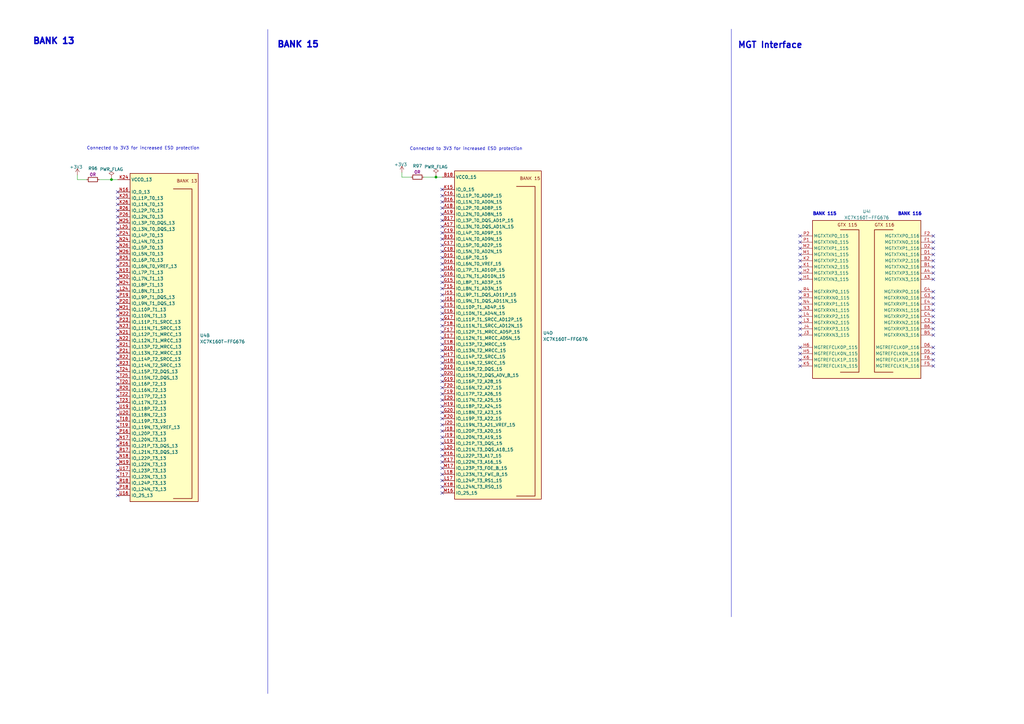
<source format=kicad_sch>
(kicad_sch (version 20230121) (generator eeschema)
  (paper "A3")
  (title_block (title "SO-DIMM DDR5 Tester") (date "2024-04-23") (rev "1.2.0") (comment 1 "www.antmicro.com") (comment 2 "Antmicro Ltd"))
  (junction (at 178.816 72.644))
  (junction (at 45.72 73.66))
  (no_connect (at 48.26 134.62))
  (no_connect (at 328.168 127.254))
  (no_connect (at 181.356 105.664))
  (no_connect (at 382.778 114.554))
  (no_connect (at 181.356 151.384))
  (no_connect (at 48.26 144.78))
  (no_connect (at 382.778 147.574))
  (no_connect (at 48.26 104.14))
  (no_connect (at 382.778 129.794))
  (no_connect (at 328.168 109.474))
  (no_connect (at 328.168 145.034))
  (no_connect (at 181.356 108.204))
  (no_connect (at 328.168 101.854))
  (no_connect (at 382.778 119.634))
  (no_connect (at 181.356 92.964))
  (no_connect (at 181.356 133.604))
  (no_connect (at 382.778 137.414))
  (no_connect (at 181.356 156.464))
  (no_connect (at 48.26 152.4))
  (no_connect (at 48.26 203.2))
  (no_connect (at 181.356 115.824))
  (no_connect (at 48.26 165.1))
  (no_connect (at 328.168 142.494))
  (no_connect (at 48.26 109.22))
  (no_connect (at 181.356 194.564))
  (no_connect (at 181.356 159.004))
  (no_connect (at 48.26 185.42))
  (no_connect (at 48.26 180.34))
  (no_connect (at 181.356 95.504))
  (no_connect (at 48.26 160.02))
  (no_connect (at 382.778 124.714))
  (no_connect (at 48.26 162.56))
  (no_connect (at 48.26 93.98))
  (no_connect (at 328.168 99.314))
  (no_connect (at 181.356 77.724))
  (no_connect (at 181.356 171.704))
  (no_connect (at 181.356 138.684))
  (no_connect (at 181.356 125.984))
  (no_connect (at 48.26 187.96))
  (no_connect (at 48.26 175.26))
  (no_connect (at 181.356 148.844))
  (no_connect (at 48.26 157.48))
  (no_connect (at 181.356 131.064))
  (no_connect (at 382.778 109.474))
  (no_connect (at 181.356 80.264))
  (no_connect (at 48.26 154.94))
  (no_connect (at 181.356 161.544))
  (no_connect (at 328.168 129.794))
  (no_connect (at 181.356 136.144))
  (no_connect (at 328.168 106.934))
  (no_connect (at 181.356 179.324))
  (no_connect (at 48.26 111.76))
  (no_connect (at 181.356 120.904))
  (no_connect (at 328.168 122.174))
  (no_connect (at 48.26 91.44))
  (no_connect (at 48.26 137.16))
  (no_connect (at 382.778 132.334))
  (no_connect (at 382.778 150.114))
  (no_connect (at 48.26 142.24))
  (no_connect (at 181.356 169.164))
  (no_connect (at 181.356 143.764))
  (no_connect (at 181.356 128.524))
  (no_connect (at 382.778 96.774))
  (no_connect (at 328.168 112.014))
  (no_connect (at 48.26 127))
  (no_connect (at 328.168 134.874))
  (no_connect (at 382.778 104.394))
  (no_connect (at 181.356 164.084))
  (no_connect (at 181.356 118.364))
  (no_connect (at 382.778 122.174))
  (no_connect (at 328.168 96.774))
  (no_connect (at 328.168 137.414))
  (no_connect (at 181.356 82.804))
  (no_connect (at 181.356 90.424))
  (no_connect (at 382.778 145.034))
  (no_connect (at 181.356 153.924))
  (no_connect (at 181.356 113.284))
  (no_connect (at 48.26 81.28))
  (no_connect (at 48.26 129.54))
  (no_connect (at 48.26 198.12))
  (no_connect (at 48.26 132.08))
  (no_connect (at 328.168 124.714))
  (no_connect (at 181.356 123.444))
  (no_connect (at 181.356 192.024))
  (no_connect (at 382.778 106.934))
  (no_connect (at 181.356 85.344))
  (no_connect (at 48.26 177.8))
  (no_connect (at 48.26 121.92))
  (no_connect (at 181.356 202.184))
  (no_connect (at 48.26 119.38))
  (no_connect (at 181.356 189.484))
  (no_connect (at 382.778 142.494))
  (no_connect (at 181.356 174.244))
  (no_connect (at 181.356 181.864))
  (no_connect (at 181.356 146.304))
  (no_connect (at 181.356 197.104))
  (no_connect (at 48.26 96.52))
  (no_connect (at 48.26 114.3))
  (no_connect (at 48.26 149.86))
  (no_connect (at 181.356 87.884))
  (no_connect (at 181.356 184.404))
  (no_connect (at 328.168 150.114))
  (no_connect (at 48.26 116.84))
  (no_connect (at 328.168 132.334))
  (no_connect (at 48.26 190.5))
  (no_connect (at 48.26 182.88))
  (no_connect (at 382.778 101.854))
  (no_connect (at 48.26 124.46))
  (no_connect (at 48.26 78.74))
  (no_connect (at 48.26 195.58))
  (no_connect (at 48.26 101.6))
  (no_connect (at 382.778 99.314))
  (no_connect (at 382.778 112.014))
  (no_connect (at 181.356 100.584))
  (no_connect (at 48.26 193.04))
  (no_connect (at 181.356 166.624))
  (no_connect (at 48.26 88.9))
  (no_connect (at 48.26 83.82))
  (no_connect (at 48.26 170.18))
  (no_connect (at 181.356 176.784))
  (no_connect (at 48.26 99.06))
  (no_connect (at 48.26 86.36))
  (no_connect (at 382.778 127.254))
  (no_connect (at 382.778 134.874))
  (no_connect (at 181.356 141.224))
  (no_connect (at 181.356 98.044))
  (no_connect (at 181.356 199.644))
  (no_connect (at 181.356 103.124))
  (no_connect (at 181.356 186.944))
  (no_connect (at 48.26 106.68))
  (no_connect (at 48.26 139.7))
  (no_connect (at 328.168 147.574))
  (no_connect (at 181.356 110.744))
  (no_connect (at 328.168 119.634))
  (no_connect (at 328.168 114.554))
  (no_connect (at 48.26 200.66))
  (no_connect (at 48.26 167.64))
  (no_connect (at 328.168 104.394))
  (no_connect (at 48.26 147.32))
  (no_connect (at 48.26 172.72))
  (wire (pts (xy 45.72 73.66) (xy 48.26 73.66)))
  (wire (pts (xy 178.816 72.009) (xy 178.816 72.644)))
  (polyline (pts (xy 299.974 11.938) (xy 299.974 252.984)))
  (wire (pts (xy 178.816 72.644) (xy 181.356 72.644)))
  (wire (pts (xy 45.72 73.025) (xy 45.72 73.66)))
  (wire (pts (xy 173.736 72.644) (xy 178.816 72.644)))
  (wire (pts (xy 40.64 73.66) (xy 45.72 73.66)))
  (wire (pts (xy 31.75 73.66) (xy 35.56 73.66)))
  (wire (pts (xy 164.846 70.739) (xy 164.846 72.644)))
  (polyline (pts (xy 109.855 12.065) (xy 109.855 284.48)))
  (wire (pts (xy 31.75 71.755) (xy 31.75 73.66)))
  (wire (pts (xy 164.846 72.644) (xy 168.656 72.644)))
  (text "Connected to 3V3 for increased ESD protection" (at 35.56 61.595 0) (effects (font (size 1.27 1.27)) (justify left bottom)))
  (text "BANK 13" (at 13.335 18.415 0) (effects (font (size 2.54 2.54) (thickness 0.5994) bold) (justify left bottom)))
  (text "BANK 15" (at 113.538 19.812 0) (effects (font (size 2.54 2.54) (thickness 0.5994) bold) (justify left bottom)))
  (text "Connected to 3V3 for increased ESD protection" (at 168.021 61.849 0) (effects (font (size 1.27 1.27)) (justify left bottom)))
  (text "BANK 116" (at 368.173 88.519 0) (effects (font (size 1.27 1.27) (thickness 0.4978) bold) (justify left bottom)))
  (text "BANK 115" (at 333.248 88.519 0) (effects (font (size 1.27 1.27) (thickness 0.4978) bold) (justify left bottom)))
  (text "MGT Interface" (at 302.514 20.066 0) (effects (font (size 2.54 2.54) (thickness 0.4978) bold) (justify left bottom)))
  (symbol (lib_id "antmicroFPGAChips:XC7K160T-FFG676") (at 181.356 72.644 0) (unit 4)
    (property "Reference" "U4" (at 222.758 136.5834 0) (effects (justify left)))
    (property "Value" "XC7K160T-FFG676" (at 222.758 139.1137 0) (effects (justify left)))
    (property "Footprint" "antmicro-footprints:BGA-676_27x27mm_Layout26x26_P1x1mm_FFG676" (effects hide))
    (property "Datasheet" "https://docs.xilinx.com/v/u/en-US/ds180_7Series_Overview" (effects hide))
    (property "MPN" "XC7K160T-FFG676" (effects hide))
    (property "Author" "Antmicro" (effects hide))
    (property "License" "Apache-2.0" (effects hide))
    (property "Manufacturer" "AMD-Xilinx" (effects hide))
  )
  (symbol (lib_id "antmicroResistors0402:R_0R_0402") (at 35.56 73.66 0) (unit 1)
    (property "Reference" "R96" (at 38.1 69.086 0))
    (property "Value" "R_0R_0402" (effects hide))
    (property "Footprint" "antmicro-footprints:R_0402_1005Metric" (effects hide))
    (property "Datasheet" "https://industrial.panasonic.com/cdbs/www-data/pdf/RDA0000/AOA0000C301.pdf" (effects hide))
    (property "MPN" "ERJ2GE0R00X" (effects hide))
    (property "Manufacturer" "Panasonic" (effects hide))
    (property "License" "Apache-2.0" (effects hide))
    (property "Author" "Antmicro" (effects hide))
    (property "Val" "0R" (at 38.1 71.6097 0))
    (property "Current" "1A" (effects hide))
  )
  (symbol (lib_id "antmicropower:PWR_FLAG") (at 178.816 72.009 0) (unit 1)
    (property "Reference" "#FLG0108" (effects hide))
    (property "Value" "PWR_FLAG" (at 178.816 68.4332 0))
  )
  (symbol (lib_id "antmicropower:+3V3") (at 31.75 71.755 0) (unit 1)
    (property "Reference" "#PWR0236" (effects hide))
    (property "Value" "+3V3" (at 28.575 69.215 0) (effects (justify left bottom)))
    (property "Author" "Antmicro" (effects hide))
    (property "License" "Apache-2.0" (effects hide))
  )
  (symbol (lib_id "antmicroResistors0402:R_0R_0402") (at 168.656 72.644 0) (unit 1)
    (property "Reference" "R97" (at 171.196 68.07 0))
    (property "Value" "R_0R_0402" (effects hide))
    (property "Footprint" "antmicro-footprints:R_0402_1005Metric" (effects hide))
    (property "Datasheet" "https://industrial.panasonic.com/cdbs/www-data/pdf/RDA0000/AOA0000C301.pdf" (effects hide))
    (property "MPN" "ERJ2GE0R00X" (effects hide))
    (property "Manufacturer" "Panasonic" (effects hide))
    (property "License" "Apache-2.0" (effects hide))
    (property "Author" "Antmicro" (effects hide))
    (property "Val" "0R" (at 171.196 70.5937 0))
    (property "Current" "1A" (effects hide))
  )
  (symbol (lib_id "antmicroFPGAChips:XC7K160T-FFG676") (at 328.168 96.774 0) (unit 9)
    (property "Reference" "U4" (at 355.473 86.7324 0))
    (property "Value" "XC7K160T-FFG676" (at 355.473 89.2627 0))
    (property "Footprint" "antmicro-footprints:BGA-676_27x27mm_Layout26x26_P1x1mm_FFG676" (effects hide))
    (property "Datasheet" "https://docs.xilinx.com/v/u/en-US/ds180_7Series_Overview" (effects hide))
    (property "MPN" "XC7K160T-FFG676" (effects hide))
    (property "Author" "Antmicro" (effects hide))
    (property "License" "Apache-2.0" (effects hide))
    (property "Manufacturer" "AMD-Xilinx" (effects hide))
  )
  (symbol (lib_id "antmicroFPGAChips:XC7K160T-FFG676") (at 48.26 73.66 0) (unit 2)
    (property "Reference" "U4" (at 82.042 137.5994 0) (effects (justify left)))
    (property "Value" "XC7K160T-FFG676" (at 82.042 140.1297 0) (effects (justify left)))
    (property "Footprint" "antmicro-footprints:BGA-676_27x27mm_Layout26x26_P1x1mm_FFG676" (effects hide))
    (property "Datasheet" "https://docs.xilinx.com/v/u/en-US/ds180_7Series_Overview" (effects hide))
    (property "MPN" "XC7K160T-FFG676" (effects hide))
    (property "Author" "Antmicro" (effects hide))
    (property "License" "Apache-2.0" (effects hide))
    (property "Manufacturer" "AMD-Xilinx" (effects hide))
  )
  (symbol (lib_id "antmicropower:PWR_FLAG") (at 45.72 73.025 0) (unit 1)
    (property "Reference" "#FLG0109" (effects hide))
    (property "Value" "PWR_FLAG" (at 45.72 69.4492 0))
  )
  (symbol (lib_id "antmicropower:+3V3") (at 164.846 70.739 0) (unit 1)
    (property "Reference" "#PWR0238" (effects hide))
    (property "Value" "+3V3" (at 161.671 68.199 0) (effects (justify left bottom)))
    (property "Author" "Antmicro" (effects hide))
    (property "License" "Apache-2.0" (effects hide))
  )
)
</source>
